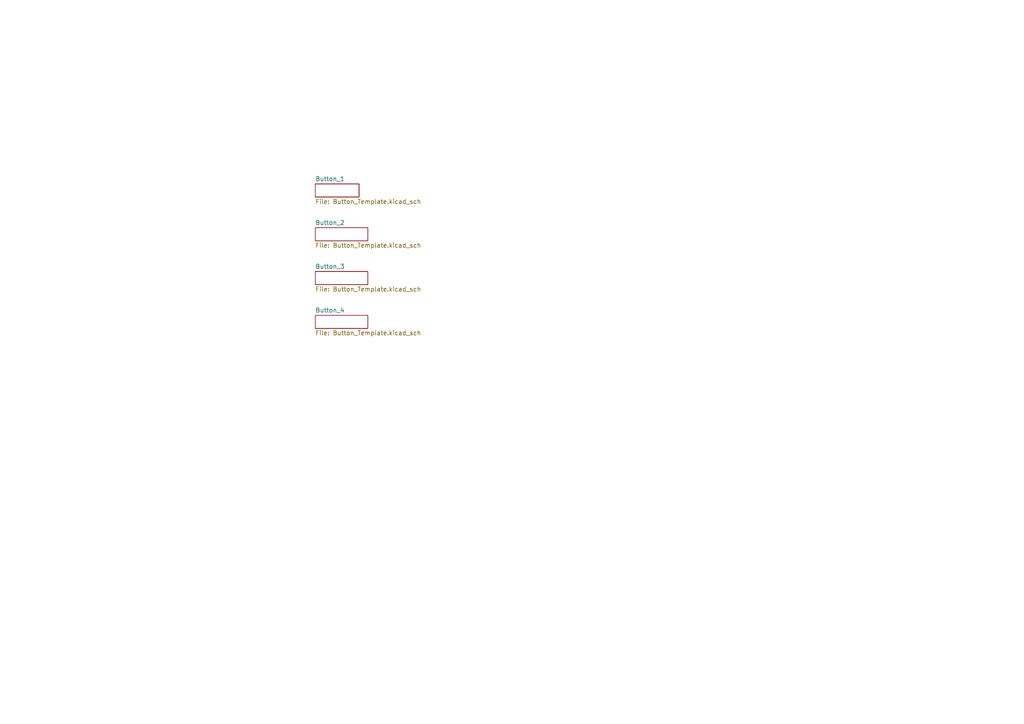
<source format=kicad_sch>
(kicad_sch (version 20211123) (generator eeschema)

  (uuid cecfef01-b656-4119-b95f-07b25befc9ba)

  (paper "A4")

  (lib_symbols
  )


  (sheet (at 91.44 66.04) (size 15.24 3.81) (fields_autoplaced)
    (stroke (width 0.1524) (type solid) (color 0 0 0 0))
    (fill (color 0 0 0 0.0000))
    (uuid 780e5f60-97c7-4a2f-828b-89de114569d5)
    (property "Sheet name" "Button_2" (id 0) (at 91.44 65.3284 0)
      (effects (font (size 1.27 1.27)) (justify left bottom))
    )
    (property "Sheet file" "Button_Template.kicad_sch" (id 1) (at 91.44 70.4346 0)
      (effects (font (size 1.27 1.27)) (justify left top))
    )
  )

  (sheet (at 91.44 91.44) (size 15.24 3.81) (fields_autoplaced)
    (stroke (width 0.1524) (type solid) (color 0 0 0 0))
    (fill (color 0 0 0 0.0000))
    (uuid 8a2adae9-25ce-4e1d-b87d-59c29ea35cae)
    (property "Sheet name" "Button_4" (id 0) (at 91.44 90.7284 0)
      (effects (font (size 1.27 1.27)) (justify left bottom))
    )
    (property "Sheet file" "Button_Template.kicad_sch" (id 1) (at 91.44 95.8346 0)
      (effects (font (size 1.27 1.27)) (justify left top))
    )
  )

  (sheet (at 91.44 53.34) (size 12.7 3.81) (fields_autoplaced)
    (stroke (width 0.1524) (type solid) (color 0 0 0 0))
    (fill (color 0 0 0 0.0000))
    (uuid 90b2813b-0bb0-4e97-994b-a5d98fe2289e)
    (property "Sheet name" "Button_1" (id 0) (at 91.44 52.6284 0)
      (effects (font (size 1.27 1.27)) (justify left bottom))
    )
    (property "Sheet file" "Button_Template.kicad_sch" (id 1) (at 91.44 57.7346 0)
      (effects (font (size 1.27 1.27)) (justify left top))
    )
  )

  (sheet (at 91.44 78.74) (size 15.24 3.81) (fields_autoplaced)
    (stroke (width 0.1524) (type solid) (color 0 0 0 0))
    (fill (color 0 0 0 0.0000))
    (uuid f39e38eb-2b55-425c-b654-b4614e8243aa)
    (property "Sheet name" "Button_3" (id 0) (at 91.44 78.0284 0)
      (effects (font (size 1.27 1.27)) (justify left bottom))
    )
    (property "Sheet file" "Button_Template.kicad_sch" (id 1) (at 91.44 83.1346 0)
      (effects (font (size 1.27 1.27)) (justify left top))
    )
  )

  (sheet_instances
    (path "/" (page "1"))
    (path "/90b2813b-0bb0-4e97-994b-a5d98fe2289e" (page "2"))
    (path "/780e5f60-97c7-4a2f-828b-89de114569d5" (page "3"))
    (path "/f39e38eb-2b55-425c-b654-b4614e8243aa" (page "4"))
    (path "/8a2adae9-25ce-4e1d-b87d-59c29ea35cae" (page "5"))
  )

  (symbol_instances
    (path "/90b2813b-0bb0-4e97-994b-a5d98fe2289e/6254e49c-0ce2-4322-8cde-988358416975"
      (reference "#PWR?") (unit 1) (value "GND") (footprint "")
    )
    (path "/780e5f60-97c7-4a2f-828b-89de114569d5/6254e49c-0ce2-4322-8cde-988358416975"
      (reference "#PWR?") (unit 1) (value "GND") (footprint "")
    )
    (path "/f39e38eb-2b55-425c-b654-b4614e8243aa/6254e49c-0ce2-4322-8cde-988358416975"
      (reference "#PWR?") (unit 1) (value "GND") (footprint "")
    )
    (path "/8a2adae9-25ce-4e1d-b87d-59c29ea35cae/6254e49c-0ce2-4322-8cde-988358416975"
      (reference "#PWR?") (unit 1) (value "GND") (footprint "")
    )
    (path "/90b2813b-0bb0-4e97-994b-a5d98fe2289e/ca310836-c838-4866-afeb-0f28b61f52b7"
      (reference "#PWR?") (unit 1) (value "GND") (footprint "")
    )
    (path "/780e5f60-97c7-4a2f-828b-89de114569d5/ca310836-c838-4866-afeb-0f28b61f52b7"
      (reference "#PWR?") (unit 1) (value "GND") (footprint "")
    )
    (path "/f39e38eb-2b55-425c-b654-b4614e8243aa/ca310836-c838-4866-afeb-0f28b61f52b7"
      (reference "#PWR?") (unit 1) (value "GND") (footprint "")
    )
    (path "/8a2adae9-25ce-4e1d-b87d-59c29ea35cae/ca310836-c838-4866-afeb-0f28b61f52b7"
      (reference "#PWR?") (unit 1) (value "GND") (footprint "")
    )
    (path "/90b2813b-0bb0-4e97-994b-a5d98fe2289e/3627efd8-04b9-4552-874c-0df3128b1e1a"
      (reference "C?") (unit 1) (value "C") (footprint "")
    )
    (path "/780e5f60-97c7-4a2f-828b-89de114569d5/3627efd8-04b9-4552-874c-0df3128b1e1a"
      (reference "C?") (unit 1) (value "C") (footprint "")
    )
    (path "/f39e38eb-2b55-425c-b654-b4614e8243aa/3627efd8-04b9-4552-874c-0df3128b1e1a"
      (reference "C?") (unit 1) (value "C") (footprint "")
    )
    (path "/8a2adae9-25ce-4e1d-b87d-59c29ea35cae/3627efd8-04b9-4552-874c-0df3128b1e1a"
      (reference "C?") (unit 1) (value "C") (footprint "")
    )
    (path "/90b2813b-0bb0-4e97-994b-a5d98fe2289e/2bb26731-08b7-4592-9505-10c14750555c"
      (reference "R?") (unit 1) (value "R") (footprint "")
    )
    (path "/780e5f60-97c7-4a2f-828b-89de114569d5/2bb26731-08b7-4592-9505-10c14750555c"
      (reference "R?") (unit 1) (value "R") (footprint "")
    )
    (path "/f39e38eb-2b55-425c-b654-b4614e8243aa/2bb26731-08b7-4592-9505-10c14750555c"
      (reference "R?") (unit 1) (value "R") (footprint "")
    )
    (path "/8a2adae9-25ce-4e1d-b87d-59c29ea35cae/2bb26731-08b7-4592-9505-10c14750555c"
      (reference "R?") (unit 1) (value "R") (footprint "")
    )
    (path "/90b2813b-0bb0-4e97-994b-a5d98fe2289e/b1015715-2427-4851-b816-fa438cf8e15d"
      (reference "SW?") (unit 1) (value "SW_Push") (footprint "")
    )
    (path "/780e5f60-97c7-4a2f-828b-89de114569d5/b1015715-2427-4851-b816-fa438cf8e15d"
      (reference "SW?") (unit 1) (value "SW_Push") (footprint "")
    )
    (path "/f39e38eb-2b55-425c-b654-b4614e8243aa/b1015715-2427-4851-b816-fa438cf8e15d"
      (reference "SW?") (unit 1) (value "SW_Push") (footprint "")
    )
    (path "/8a2adae9-25ce-4e1d-b87d-59c29ea35cae/b1015715-2427-4851-b816-fa438cf8e15d"
      (reference "SW?") (unit 1) (value "SW_Push") (footprint "")
    )
  )
)

</source>
